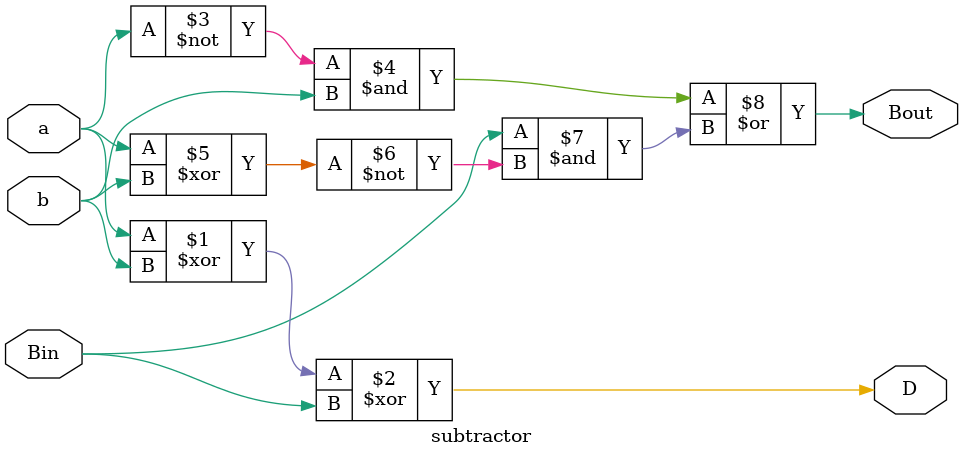
<source format=v>
`timescale 1ns / 1ps

module subtractor(a,b,Bin,Bout,D);
  input a,b,Bin;
  output D,Bout;
  assign D = a ^ b ^ Bin;
  assign Bout = (~a & b) | (Bin & ~(a ^ b));
endmodule

</source>
